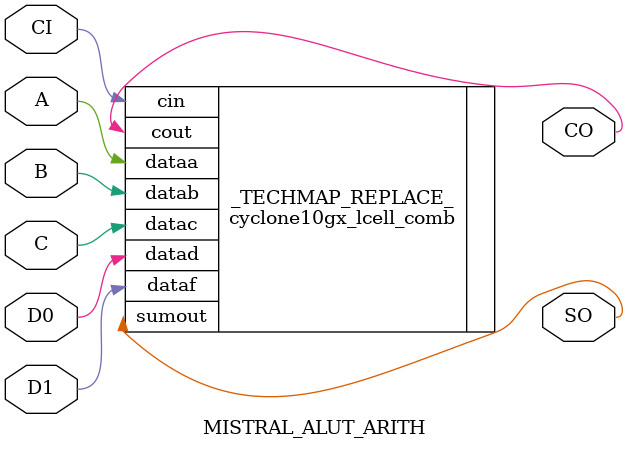
<source format=v>
module MISTRAL_ALUT6(input A, B, C, D, E, F, output Q);
parameter LUT = 64'h0000_0000_0000_0000;

cyclone10gx_lcell_comb #(.lut_mask(LUT)) _TECHMAP_REPLACE_ (.dataa(A), .datab(B), .datac(C), .datad(D), .datae(E), .dataf(F), .combout(Q));

endmodule


module MISTRAL_ALUT5(input A, B, C, D, E, output Q);
parameter LUT = 32'h0000_0000;

cyclone10gx_lcell_comb #(.lut_mask({2{LUT}})) _TECHMAP_REPLACE_ (.dataa(A), .datab(B), .datac(C), .datad(D), .datae(E), .combout(Q));

endmodule


module MISTRAL_ALUT4(input A, B, C, D, output Q);
parameter LUT = 16'h0000;

cyclone10gx_lcell_comb #(.lut_mask({4{LUT}})) _TECHMAP_REPLACE_ (.dataa(A), .datab(B), .datac(C), .datad(D), .combout(Q));

endmodule


module MISTRAL_ALUT3(input A, B, C, output Q);
parameter LUT = 8'h00;

cyclone10gx_lcell_comb #(.lut_mask({8{LUT}})) _TECHMAP_REPLACE_ (.dataa(A), .datab(B), .datac(C), .combout(Q));

endmodule


module MISTRAL_ALUT2(input A, B, output Q);
parameter LUT = 4'h0;

cyclone10gx_lcell_comb #(.lut_mask({16{LUT}})) _TECHMAP_REPLACE_ (.dataa(A), .datab(B), .combout(Q));

endmodule


module MISTRAL_NOT(input A, output Q);

NOT _TECHMAP_REPLACE_ (.IN(A), .OUT(Q));

endmodule


module MISTRAL_ALUT_ARITH(input A, B, C, D0, D1, CI, output SO, CO);
parameter LUT0 = 16'h0000;
parameter LUT1 = 16'h0000;

cyclone10gx_lcell_comb #(.lut_mask({16'h0, LUT1, 16'h0, LUT0})) _TECHMAP_REPLACE_ (.dataa(A), .datab(B), .datac(C), .datad(D0), .dataf(D1), .cin(CI), .sumout(SO), .cout(CO));

endmodule

</source>
